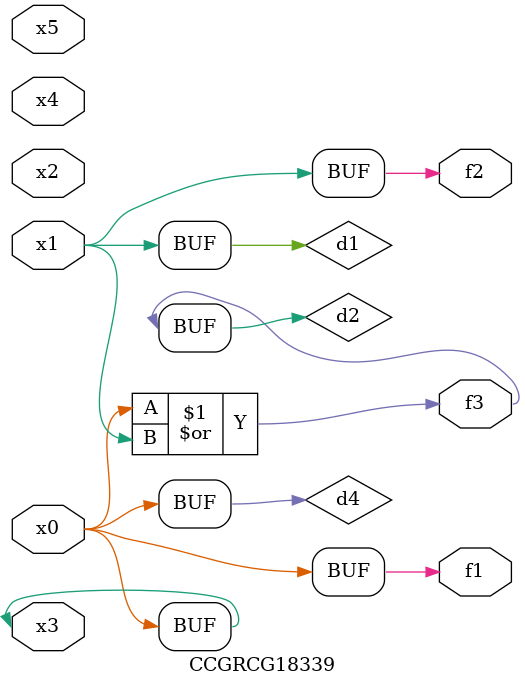
<source format=v>
module CCGRCG18339(
	input x0, x1, x2, x3, x4, x5,
	output f1, f2, f3
);

	wire d1, d2, d3, d4;

	and (d1, x1);
	or (d2, x0, x1);
	nand (d3, x0, x5);
	buf (d4, x0, x3);
	assign f1 = d4;
	assign f2 = d1;
	assign f3 = d2;
endmodule

</source>
